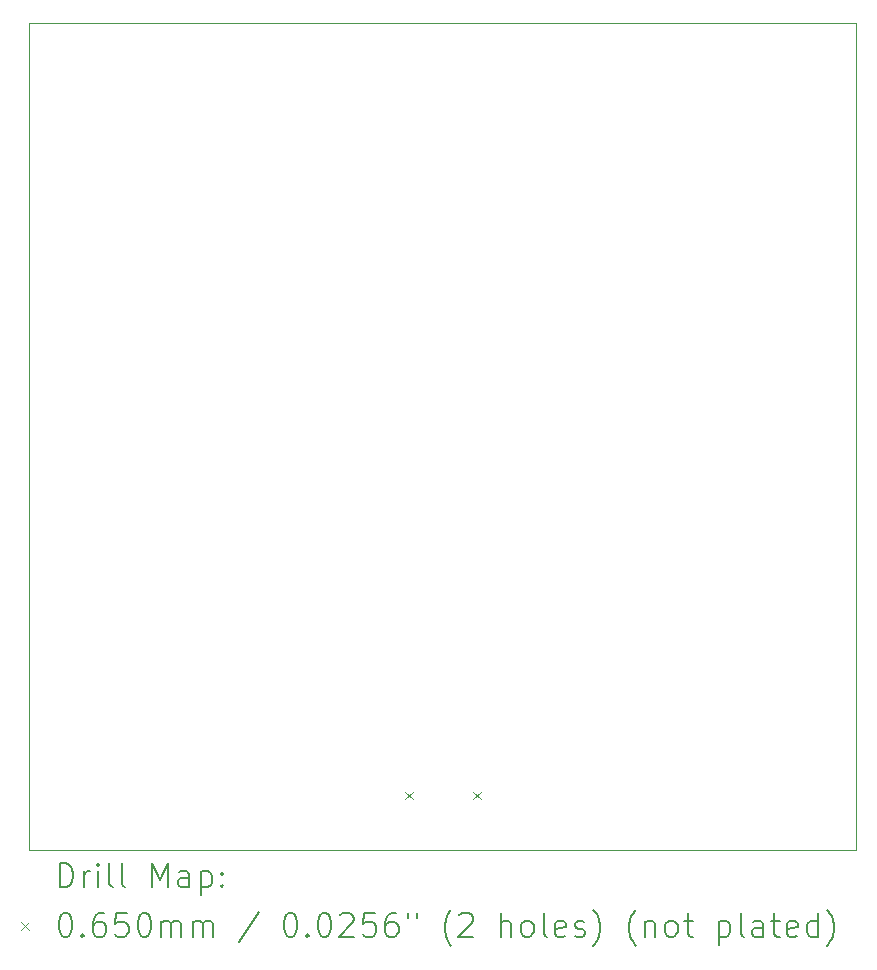
<source format=gbr>
%TF.GenerationSoftware,KiCad,Pcbnew,8.0.3-8.0.3-0~ubuntu24.04.1*%
%TF.CreationDate,2024-06-13T21:30:14+05:00*%
%TF.ProjectId,solartap_mcu,736f6c61-7274-4617-905f-6d63752e6b69,rev?*%
%TF.SameCoordinates,Original*%
%TF.FileFunction,Drillmap*%
%TF.FilePolarity,Positive*%
%FSLAX45Y45*%
G04 Gerber Fmt 4.5, Leading zero omitted, Abs format (unit mm)*
G04 Created by KiCad (PCBNEW 8.0.3-8.0.3-0~ubuntu24.04.1) date 2024-06-13 21:30:14*
%MOMM*%
%LPD*%
G01*
G04 APERTURE LIST*
%ADD10C,0.050000*%
%ADD11C,0.200000*%
%ADD12C,0.100000*%
G04 APERTURE END LIST*
D10*
X6000000Y-4000000D02*
X13000000Y-4000000D01*
X13000000Y-11000000D01*
X6000000Y-11000000D01*
X6000000Y-4000000D01*
D11*
D12*
X9178500Y-10507000D02*
X9243500Y-10572000D01*
X9243500Y-10507000D02*
X9178500Y-10572000D01*
X9756500Y-10507000D02*
X9821500Y-10572000D01*
X9821500Y-10507000D02*
X9756500Y-10572000D01*
D11*
X6258277Y-11313984D02*
X6258277Y-11113984D01*
X6258277Y-11113984D02*
X6305896Y-11113984D01*
X6305896Y-11113984D02*
X6334467Y-11123508D01*
X6334467Y-11123508D02*
X6353515Y-11142555D01*
X6353515Y-11142555D02*
X6363039Y-11161603D01*
X6363039Y-11161603D02*
X6372562Y-11199698D01*
X6372562Y-11199698D02*
X6372562Y-11228269D01*
X6372562Y-11228269D02*
X6363039Y-11266365D01*
X6363039Y-11266365D02*
X6353515Y-11285412D01*
X6353515Y-11285412D02*
X6334467Y-11304460D01*
X6334467Y-11304460D02*
X6305896Y-11313984D01*
X6305896Y-11313984D02*
X6258277Y-11313984D01*
X6458277Y-11313984D02*
X6458277Y-11180650D01*
X6458277Y-11218746D02*
X6467801Y-11199698D01*
X6467801Y-11199698D02*
X6477324Y-11190174D01*
X6477324Y-11190174D02*
X6496372Y-11180650D01*
X6496372Y-11180650D02*
X6515420Y-11180650D01*
X6582086Y-11313984D02*
X6582086Y-11180650D01*
X6582086Y-11113984D02*
X6572562Y-11123508D01*
X6572562Y-11123508D02*
X6582086Y-11133031D01*
X6582086Y-11133031D02*
X6591610Y-11123508D01*
X6591610Y-11123508D02*
X6582086Y-11113984D01*
X6582086Y-11113984D02*
X6582086Y-11133031D01*
X6705896Y-11313984D02*
X6686848Y-11304460D01*
X6686848Y-11304460D02*
X6677324Y-11285412D01*
X6677324Y-11285412D02*
X6677324Y-11113984D01*
X6810658Y-11313984D02*
X6791610Y-11304460D01*
X6791610Y-11304460D02*
X6782086Y-11285412D01*
X6782086Y-11285412D02*
X6782086Y-11113984D01*
X7039229Y-11313984D02*
X7039229Y-11113984D01*
X7039229Y-11113984D02*
X7105896Y-11256841D01*
X7105896Y-11256841D02*
X7172562Y-11113984D01*
X7172562Y-11113984D02*
X7172562Y-11313984D01*
X7353515Y-11313984D02*
X7353515Y-11209222D01*
X7353515Y-11209222D02*
X7343991Y-11190174D01*
X7343991Y-11190174D02*
X7324943Y-11180650D01*
X7324943Y-11180650D02*
X7286848Y-11180650D01*
X7286848Y-11180650D02*
X7267801Y-11190174D01*
X7353515Y-11304460D02*
X7334467Y-11313984D01*
X7334467Y-11313984D02*
X7286848Y-11313984D01*
X7286848Y-11313984D02*
X7267801Y-11304460D01*
X7267801Y-11304460D02*
X7258277Y-11285412D01*
X7258277Y-11285412D02*
X7258277Y-11266365D01*
X7258277Y-11266365D02*
X7267801Y-11247317D01*
X7267801Y-11247317D02*
X7286848Y-11237793D01*
X7286848Y-11237793D02*
X7334467Y-11237793D01*
X7334467Y-11237793D02*
X7353515Y-11228269D01*
X7448753Y-11180650D02*
X7448753Y-11380650D01*
X7448753Y-11190174D02*
X7467801Y-11180650D01*
X7467801Y-11180650D02*
X7505896Y-11180650D01*
X7505896Y-11180650D02*
X7524943Y-11190174D01*
X7524943Y-11190174D02*
X7534467Y-11199698D01*
X7534467Y-11199698D02*
X7543991Y-11218746D01*
X7543991Y-11218746D02*
X7543991Y-11275888D01*
X7543991Y-11275888D02*
X7534467Y-11294936D01*
X7534467Y-11294936D02*
X7524943Y-11304460D01*
X7524943Y-11304460D02*
X7505896Y-11313984D01*
X7505896Y-11313984D02*
X7467801Y-11313984D01*
X7467801Y-11313984D02*
X7448753Y-11304460D01*
X7629705Y-11294936D02*
X7639229Y-11304460D01*
X7639229Y-11304460D02*
X7629705Y-11313984D01*
X7629705Y-11313984D02*
X7620182Y-11304460D01*
X7620182Y-11304460D02*
X7629705Y-11294936D01*
X7629705Y-11294936D02*
X7629705Y-11313984D01*
X7629705Y-11190174D02*
X7639229Y-11199698D01*
X7639229Y-11199698D02*
X7629705Y-11209222D01*
X7629705Y-11209222D02*
X7620182Y-11199698D01*
X7620182Y-11199698D02*
X7629705Y-11190174D01*
X7629705Y-11190174D02*
X7629705Y-11209222D01*
D12*
X5932500Y-11610000D02*
X5997500Y-11675000D01*
X5997500Y-11610000D02*
X5932500Y-11675000D01*
D11*
X6296372Y-11533984D02*
X6315420Y-11533984D01*
X6315420Y-11533984D02*
X6334467Y-11543508D01*
X6334467Y-11543508D02*
X6343991Y-11553031D01*
X6343991Y-11553031D02*
X6353515Y-11572079D01*
X6353515Y-11572079D02*
X6363039Y-11610174D01*
X6363039Y-11610174D02*
X6363039Y-11657793D01*
X6363039Y-11657793D02*
X6353515Y-11695888D01*
X6353515Y-11695888D02*
X6343991Y-11714936D01*
X6343991Y-11714936D02*
X6334467Y-11724460D01*
X6334467Y-11724460D02*
X6315420Y-11733984D01*
X6315420Y-11733984D02*
X6296372Y-11733984D01*
X6296372Y-11733984D02*
X6277324Y-11724460D01*
X6277324Y-11724460D02*
X6267801Y-11714936D01*
X6267801Y-11714936D02*
X6258277Y-11695888D01*
X6258277Y-11695888D02*
X6248753Y-11657793D01*
X6248753Y-11657793D02*
X6248753Y-11610174D01*
X6248753Y-11610174D02*
X6258277Y-11572079D01*
X6258277Y-11572079D02*
X6267801Y-11553031D01*
X6267801Y-11553031D02*
X6277324Y-11543508D01*
X6277324Y-11543508D02*
X6296372Y-11533984D01*
X6448753Y-11714936D02*
X6458277Y-11724460D01*
X6458277Y-11724460D02*
X6448753Y-11733984D01*
X6448753Y-11733984D02*
X6439229Y-11724460D01*
X6439229Y-11724460D02*
X6448753Y-11714936D01*
X6448753Y-11714936D02*
X6448753Y-11733984D01*
X6629705Y-11533984D02*
X6591610Y-11533984D01*
X6591610Y-11533984D02*
X6572562Y-11543508D01*
X6572562Y-11543508D02*
X6563039Y-11553031D01*
X6563039Y-11553031D02*
X6543991Y-11581603D01*
X6543991Y-11581603D02*
X6534467Y-11619698D01*
X6534467Y-11619698D02*
X6534467Y-11695888D01*
X6534467Y-11695888D02*
X6543991Y-11714936D01*
X6543991Y-11714936D02*
X6553515Y-11724460D01*
X6553515Y-11724460D02*
X6572562Y-11733984D01*
X6572562Y-11733984D02*
X6610658Y-11733984D01*
X6610658Y-11733984D02*
X6629705Y-11724460D01*
X6629705Y-11724460D02*
X6639229Y-11714936D01*
X6639229Y-11714936D02*
X6648753Y-11695888D01*
X6648753Y-11695888D02*
X6648753Y-11648269D01*
X6648753Y-11648269D02*
X6639229Y-11629222D01*
X6639229Y-11629222D02*
X6629705Y-11619698D01*
X6629705Y-11619698D02*
X6610658Y-11610174D01*
X6610658Y-11610174D02*
X6572562Y-11610174D01*
X6572562Y-11610174D02*
X6553515Y-11619698D01*
X6553515Y-11619698D02*
X6543991Y-11629222D01*
X6543991Y-11629222D02*
X6534467Y-11648269D01*
X6829705Y-11533984D02*
X6734467Y-11533984D01*
X6734467Y-11533984D02*
X6724943Y-11629222D01*
X6724943Y-11629222D02*
X6734467Y-11619698D01*
X6734467Y-11619698D02*
X6753515Y-11610174D01*
X6753515Y-11610174D02*
X6801134Y-11610174D01*
X6801134Y-11610174D02*
X6820182Y-11619698D01*
X6820182Y-11619698D02*
X6829705Y-11629222D01*
X6829705Y-11629222D02*
X6839229Y-11648269D01*
X6839229Y-11648269D02*
X6839229Y-11695888D01*
X6839229Y-11695888D02*
X6829705Y-11714936D01*
X6829705Y-11714936D02*
X6820182Y-11724460D01*
X6820182Y-11724460D02*
X6801134Y-11733984D01*
X6801134Y-11733984D02*
X6753515Y-11733984D01*
X6753515Y-11733984D02*
X6734467Y-11724460D01*
X6734467Y-11724460D02*
X6724943Y-11714936D01*
X6963039Y-11533984D02*
X6982086Y-11533984D01*
X6982086Y-11533984D02*
X7001134Y-11543508D01*
X7001134Y-11543508D02*
X7010658Y-11553031D01*
X7010658Y-11553031D02*
X7020182Y-11572079D01*
X7020182Y-11572079D02*
X7029705Y-11610174D01*
X7029705Y-11610174D02*
X7029705Y-11657793D01*
X7029705Y-11657793D02*
X7020182Y-11695888D01*
X7020182Y-11695888D02*
X7010658Y-11714936D01*
X7010658Y-11714936D02*
X7001134Y-11724460D01*
X7001134Y-11724460D02*
X6982086Y-11733984D01*
X6982086Y-11733984D02*
X6963039Y-11733984D01*
X6963039Y-11733984D02*
X6943991Y-11724460D01*
X6943991Y-11724460D02*
X6934467Y-11714936D01*
X6934467Y-11714936D02*
X6924943Y-11695888D01*
X6924943Y-11695888D02*
X6915420Y-11657793D01*
X6915420Y-11657793D02*
X6915420Y-11610174D01*
X6915420Y-11610174D02*
X6924943Y-11572079D01*
X6924943Y-11572079D02*
X6934467Y-11553031D01*
X6934467Y-11553031D02*
X6943991Y-11543508D01*
X6943991Y-11543508D02*
X6963039Y-11533984D01*
X7115420Y-11733984D02*
X7115420Y-11600650D01*
X7115420Y-11619698D02*
X7124943Y-11610174D01*
X7124943Y-11610174D02*
X7143991Y-11600650D01*
X7143991Y-11600650D02*
X7172563Y-11600650D01*
X7172563Y-11600650D02*
X7191610Y-11610174D01*
X7191610Y-11610174D02*
X7201134Y-11629222D01*
X7201134Y-11629222D02*
X7201134Y-11733984D01*
X7201134Y-11629222D02*
X7210658Y-11610174D01*
X7210658Y-11610174D02*
X7229705Y-11600650D01*
X7229705Y-11600650D02*
X7258277Y-11600650D01*
X7258277Y-11600650D02*
X7277324Y-11610174D01*
X7277324Y-11610174D02*
X7286848Y-11629222D01*
X7286848Y-11629222D02*
X7286848Y-11733984D01*
X7382086Y-11733984D02*
X7382086Y-11600650D01*
X7382086Y-11619698D02*
X7391610Y-11610174D01*
X7391610Y-11610174D02*
X7410658Y-11600650D01*
X7410658Y-11600650D02*
X7439229Y-11600650D01*
X7439229Y-11600650D02*
X7458277Y-11610174D01*
X7458277Y-11610174D02*
X7467801Y-11629222D01*
X7467801Y-11629222D02*
X7467801Y-11733984D01*
X7467801Y-11629222D02*
X7477324Y-11610174D01*
X7477324Y-11610174D02*
X7496372Y-11600650D01*
X7496372Y-11600650D02*
X7524943Y-11600650D01*
X7524943Y-11600650D02*
X7543991Y-11610174D01*
X7543991Y-11610174D02*
X7553515Y-11629222D01*
X7553515Y-11629222D02*
X7553515Y-11733984D01*
X7943991Y-11524460D02*
X7772563Y-11781603D01*
X8201134Y-11533984D02*
X8220182Y-11533984D01*
X8220182Y-11533984D02*
X8239229Y-11543508D01*
X8239229Y-11543508D02*
X8248753Y-11553031D01*
X8248753Y-11553031D02*
X8258277Y-11572079D01*
X8258277Y-11572079D02*
X8267801Y-11610174D01*
X8267801Y-11610174D02*
X8267801Y-11657793D01*
X8267801Y-11657793D02*
X8258277Y-11695888D01*
X8258277Y-11695888D02*
X8248753Y-11714936D01*
X8248753Y-11714936D02*
X8239229Y-11724460D01*
X8239229Y-11724460D02*
X8220182Y-11733984D01*
X8220182Y-11733984D02*
X8201134Y-11733984D01*
X8201134Y-11733984D02*
X8182086Y-11724460D01*
X8182086Y-11724460D02*
X8172563Y-11714936D01*
X8172563Y-11714936D02*
X8163039Y-11695888D01*
X8163039Y-11695888D02*
X8153515Y-11657793D01*
X8153515Y-11657793D02*
X8153515Y-11610174D01*
X8153515Y-11610174D02*
X8163039Y-11572079D01*
X8163039Y-11572079D02*
X8172563Y-11553031D01*
X8172563Y-11553031D02*
X8182086Y-11543508D01*
X8182086Y-11543508D02*
X8201134Y-11533984D01*
X8353515Y-11714936D02*
X8363039Y-11724460D01*
X8363039Y-11724460D02*
X8353515Y-11733984D01*
X8353515Y-11733984D02*
X8343991Y-11724460D01*
X8343991Y-11724460D02*
X8353515Y-11714936D01*
X8353515Y-11714936D02*
X8353515Y-11733984D01*
X8486848Y-11533984D02*
X8505896Y-11533984D01*
X8505896Y-11533984D02*
X8524944Y-11543508D01*
X8524944Y-11543508D02*
X8534468Y-11553031D01*
X8534468Y-11553031D02*
X8543991Y-11572079D01*
X8543991Y-11572079D02*
X8553515Y-11610174D01*
X8553515Y-11610174D02*
X8553515Y-11657793D01*
X8553515Y-11657793D02*
X8543991Y-11695888D01*
X8543991Y-11695888D02*
X8534468Y-11714936D01*
X8534468Y-11714936D02*
X8524944Y-11724460D01*
X8524944Y-11724460D02*
X8505896Y-11733984D01*
X8505896Y-11733984D02*
X8486848Y-11733984D01*
X8486848Y-11733984D02*
X8467801Y-11724460D01*
X8467801Y-11724460D02*
X8458277Y-11714936D01*
X8458277Y-11714936D02*
X8448753Y-11695888D01*
X8448753Y-11695888D02*
X8439229Y-11657793D01*
X8439229Y-11657793D02*
X8439229Y-11610174D01*
X8439229Y-11610174D02*
X8448753Y-11572079D01*
X8448753Y-11572079D02*
X8458277Y-11553031D01*
X8458277Y-11553031D02*
X8467801Y-11543508D01*
X8467801Y-11543508D02*
X8486848Y-11533984D01*
X8629706Y-11553031D02*
X8639229Y-11543508D01*
X8639229Y-11543508D02*
X8658277Y-11533984D01*
X8658277Y-11533984D02*
X8705896Y-11533984D01*
X8705896Y-11533984D02*
X8724944Y-11543508D01*
X8724944Y-11543508D02*
X8734468Y-11553031D01*
X8734468Y-11553031D02*
X8743991Y-11572079D01*
X8743991Y-11572079D02*
X8743991Y-11591127D01*
X8743991Y-11591127D02*
X8734468Y-11619698D01*
X8734468Y-11619698D02*
X8620182Y-11733984D01*
X8620182Y-11733984D02*
X8743991Y-11733984D01*
X8924944Y-11533984D02*
X8829706Y-11533984D01*
X8829706Y-11533984D02*
X8820182Y-11629222D01*
X8820182Y-11629222D02*
X8829706Y-11619698D01*
X8829706Y-11619698D02*
X8848753Y-11610174D01*
X8848753Y-11610174D02*
X8896372Y-11610174D01*
X8896372Y-11610174D02*
X8915420Y-11619698D01*
X8915420Y-11619698D02*
X8924944Y-11629222D01*
X8924944Y-11629222D02*
X8934468Y-11648269D01*
X8934468Y-11648269D02*
X8934468Y-11695888D01*
X8934468Y-11695888D02*
X8924944Y-11714936D01*
X8924944Y-11714936D02*
X8915420Y-11724460D01*
X8915420Y-11724460D02*
X8896372Y-11733984D01*
X8896372Y-11733984D02*
X8848753Y-11733984D01*
X8848753Y-11733984D02*
X8829706Y-11724460D01*
X8829706Y-11724460D02*
X8820182Y-11714936D01*
X9105896Y-11533984D02*
X9067801Y-11533984D01*
X9067801Y-11533984D02*
X9048753Y-11543508D01*
X9048753Y-11543508D02*
X9039229Y-11553031D01*
X9039229Y-11553031D02*
X9020182Y-11581603D01*
X9020182Y-11581603D02*
X9010658Y-11619698D01*
X9010658Y-11619698D02*
X9010658Y-11695888D01*
X9010658Y-11695888D02*
X9020182Y-11714936D01*
X9020182Y-11714936D02*
X9029706Y-11724460D01*
X9029706Y-11724460D02*
X9048753Y-11733984D01*
X9048753Y-11733984D02*
X9086849Y-11733984D01*
X9086849Y-11733984D02*
X9105896Y-11724460D01*
X9105896Y-11724460D02*
X9115420Y-11714936D01*
X9115420Y-11714936D02*
X9124944Y-11695888D01*
X9124944Y-11695888D02*
X9124944Y-11648269D01*
X9124944Y-11648269D02*
X9115420Y-11629222D01*
X9115420Y-11629222D02*
X9105896Y-11619698D01*
X9105896Y-11619698D02*
X9086849Y-11610174D01*
X9086849Y-11610174D02*
X9048753Y-11610174D01*
X9048753Y-11610174D02*
X9029706Y-11619698D01*
X9029706Y-11619698D02*
X9020182Y-11629222D01*
X9020182Y-11629222D02*
X9010658Y-11648269D01*
X9201134Y-11533984D02*
X9201134Y-11572079D01*
X9277325Y-11533984D02*
X9277325Y-11572079D01*
X9572563Y-11810174D02*
X9563039Y-11800650D01*
X9563039Y-11800650D02*
X9543991Y-11772079D01*
X9543991Y-11772079D02*
X9534468Y-11753031D01*
X9534468Y-11753031D02*
X9524944Y-11724460D01*
X9524944Y-11724460D02*
X9515420Y-11676841D01*
X9515420Y-11676841D02*
X9515420Y-11638746D01*
X9515420Y-11638746D02*
X9524944Y-11591127D01*
X9524944Y-11591127D02*
X9534468Y-11562555D01*
X9534468Y-11562555D02*
X9543991Y-11543508D01*
X9543991Y-11543508D02*
X9563039Y-11514936D01*
X9563039Y-11514936D02*
X9572563Y-11505412D01*
X9639230Y-11553031D02*
X9648753Y-11543508D01*
X9648753Y-11543508D02*
X9667801Y-11533984D01*
X9667801Y-11533984D02*
X9715420Y-11533984D01*
X9715420Y-11533984D02*
X9734468Y-11543508D01*
X9734468Y-11543508D02*
X9743991Y-11553031D01*
X9743991Y-11553031D02*
X9753515Y-11572079D01*
X9753515Y-11572079D02*
X9753515Y-11591127D01*
X9753515Y-11591127D02*
X9743991Y-11619698D01*
X9743991Y-11619698D02*
X9629706Y-11733984D01*
X9629706Y-11733984D02*
X9753515Y-11733984D01*
X9991611Y-11733984D02*
X9991611Y-11533984D01*
X10077325Y-11733984D02*
X10077325Y-11629222D01*
X10077325Y-11629222D02*
X10067801Y-11610174D01*
X10067801Y-11610174D02*
X10048753Y-11600650D01*
X10048753Y-11600650D02*
X10020182Y-11600650D01*
X10020182Y-11600650D02*
X10001134Y-11610174D01*
X10001134Y-11610174D02*
X9991611Y-11619698D01*
X10201134Y-11733984D02*
X10182087Y-11724460D01*
X10182087Y-11724460D02*
X10172563Y-11714936D01*
X10172563Y-11714936D02*
X10163039Y-11695888D01*
X10163039Y-11695888D02*
X10163039Y-11638746D01*
X10163039Y-11638746D02*
X10172563Y-11619698D01*
X10172563Y-11619698D02*
X10182087Y-11610174D01*
X10182087Y-11610174D02*
X10201134Y-11600650D01*
X10201134Y-11600650D02*
X10229706Y-11600650D01*
X10229706Y-11600650D02*
X10248753Y-11610174D01*
X10248753Y-11610174D02*
X10258277Y-11619698D01*
X10258277Y-11619698D02*
X10267801Y-11638746D01*
X10267801Y-11638746D02*
X10267801Y-11695888D01*
X10267801Y-11695888D02*
X10258277Y-11714936D01*
X10258277Y-11714936D02*
X10248753Y-11724460D01*
X10248753Y-11724460D02*
X10229706Y-11733984D01*
X10229706Y-11733984D02*
X10201134Y-11733984D01*
X10382087Y-11733984D02*
X10363039Y-11724460D01*
X10363039Y-11724460D02*
X10353515Y-11705412D01*
X10353515Y-11705412D02*
X10353515Y-11533984D01*
X10534468Y-11724460D02*
X10515420Y-11733984D01*
X10515420Y-11733984D02*
X10477325Y-11733984D01*
X10477325Y-11733984D02*
X10458277Y-11724460D01*
X10458277Y-11724460D02*
X10448753Y-11705412D01*
X10448753Y-11705412D02*
X10448753Y-11629222D01*
X10448753Y-11629222D02*
X10458277Y-11610174D01*
X10458277Y-11610174D02*
X10477325Y-11600650D01*
X10477325Y-11600650D02*
X10515420Y-11600650D01*
X10515420Y-11600650D02*
X10534468Y-11610174D01*
X10534468Y-11610174D02*
X10543992Y-11629222D01*
X10543992Y-11629222D02*
X10543992Y-11648269D01*
X10543992Y-11648269D02*
X10448753Y-11667317D01*
X10620182Y-11724460D02*
X10639230Y-11733984D01*
X10639230Y-11733984D02*
X10677325Y-11733984D01*
X10677325Y-11733984D02*
X10696373Y-11724460D01*
X10696373Y-11724460D02*
X10705896Y-11705412D01*
X10705896Y-11705412D02*
X10705896Y-11695888D01*
X10705896Y-11695888D02*
X10696373Y-11676841D01*
X10696373Y-11676841D02*
X10677325Y-11667317D01*
X10677325Y-11667317D02*
X10648753Y-11667317D01*
X10648753Y-11667317D02*
X10629706Y-11657793D01*
X10629706Y-11657793D02*
X10620182Y-11638746D01*
X10620182Y-11638746D02*
X10620182Y-11629222D01*
X10620182Y-11629222D02*
X10629706Y-11610174D01*
X10629706Y-11610174D02*
X10648753Y-11600650D01*
X10648753Y-11600650D02*
X10677325Y-11600650D01*
X10677325Y-11600650D02*
X10696373Y-11610174D01*
X10772563Y-11810174D02*
X10782087Y-11800650D01*
X10782087Y-11800650D02*
X10801134Y-11772079D01*
X10801134Y-11772079D02*
X10810658Y-11753031D01*
X10810658Y-11753031D02*
X10820182Y-11724460D01*
X10820182Y-11724460D02*
X10829706Y-11676841D01*
X10829706Y-11676841D02*
X10829706Y-11638746D01*
X10829706Y-11638746D02*
X10820182Y-11591127D01*
X10820182Y-11591127D02*
X10810658Y-11562555D01*
X10810658Y-11562555D02*
X10801134Y-11543508D01*
X10801134Y-11543508D02*
X10782087Y-11514936D01*
X10782087Y-11514936D02*
X10772563Y-11505412D01*
X11134468Y-11810174D02*
X11124944Y-11800650D01*
X11124944Y-11800650D02*
X11105896Y-11772079D01*
X11105896Y-11772079D02*
X11096373Y-11753031D01*
X11096373Y-11753031D02*
X11086849Y-11724460D01*
X11086849Y-11724460D02*
X11077325Y-11676841D01*
X11077325Y-11676841D02*
X11077325Y-11638746D01*
X11077325Y-11638746D02*
X11086849Y-11591127D01*
X11086849Y-11591127D02*
X11096373Y-11562555D01*
X11096373Y-11562555D02*
X11105896Y-11543508D01*
X11105896Y-11543508D02*
X11124944Y-11514936D01*
X11124944Y-11514936D02*
X11134468Y-11505412D01*
X11210658Y-11600650D02*
X11210658Y-11733984D01*
X11210658Y-11619698D02*
X11220182Y-11610174D01*
X11220182Y-11610174D02*
X11239230Y-11600650D01*
X11239230Y-11600650D02*
X11267801Y-11600650D01*
X11267801Y-11600650D02*
X11286849Y-11610174D01*
X11286849Y-11610174D02*
X11296372Y-11629222D01*
X11296372Y-11629222D02*
X11296372Y-11733984D01*
X11420182Y-11733984D02*
X11401134Y-11724460D01*
X11401134Y-11724460D02*
X11391611Y-11714936D01*
X11391611Y-11714936D02*
X11382087Y-11695888D01*
X11382087Y-11695888D02*
X11382087Y-11638746D01*
X11382087Y-11638746D02*
X11391611Y-11619698D01*
X11391611Y-11619698D02*
X11401134Y-11610174D01*
X11401134Y-11610174D02*
X11420182Y-11600650D01*
X11420182Y-11600650D02*
X11448753Y-11600650D01*
X11448753Y-11600650D02*
X11467801Y-11610174D01*
X11467801Y-11610174D02*
X11477325Y-11619698D01*
X11477325Y-11619698D02*
X11486849Y-11638746D01*
X11486849Y-11638746D02*
X11486849Y-11695888D01*
X11486849Y-11695888D02*
X11477325Y-11714936D01*
X11477325Y-11714936D02*
X11467801Y-11724460D01*
X11467801Y-11724460D02*
X11448753Y-11733984D01*
X11448753Y-11733984D02*
X11420182Y-11733984D01*
X11543992Y-11600650D02*
X11620182Y-11600650D01*
X11572563Y-11533984D02*
X11572563Y-11705412D01*
X11572563Y-11705412D02*
X11582087Y-11724460D01*
X11582087Y-11724460D02*
X11601134Y-11733984D01*
X11601134Y-11733984D02*
X11620182Y-11733984D01*
X11839230Y-11600650D02*
X11839230Y-11800650D01*
X11839230Y-11610174D02*
X11858277Y-11600650D01*
X11858277Y-11600650D02*
X11896373Y-11600650D01*
X11896373Y-11600650D02*
X11915420Y-11610174D01*
X11915420Y-11610174D02*
X11924944Y-11619698D01*
X11924944Y-11619698D02*
X11934468Y-11638746D01*
X11934468Y-11638746D02*
X11934468Y-11695888D01*
X11934468Y-11695888D02*
X11924944Y-11714936D01*
X11924944Y-11714936D02*
X11915420Y-11724460D01*
X11915420Y-11724460D02*
X11896373Y-11733984D01*
X11896373Y-11733984D02*
X11858277Y-11733984D01*
X11858277Y-11733984D02*
X11839230Y-11724460D01*
X12048753Y-11733984D02*
X12029706Y-11724460D01*
X12029706Y-11724460D02*
X12020182Y-11705412D01*
X12020182Y-11705412D02*
X12020182Y-11533984D01*
X12210658Y-11733984D02*
X12210658Y-11629222D01*
X12210658Y-11629222D02*
X12201134Y-11610174D01*
X12201134Y-11610174D02*
X12182087Y-11600650D01*
X12182087Y-11600650D02*
X12143992Y-11600650D01*
X12143992Y-11600650D02*
X12124944Y-11610174D01*
X12210658Y-11724460D02*
X12191611Y-11733984D01*
X12191611Y-11733984D02*
X12143992Y-11733984D01*
X12143992Y-11733984D02*
X12124944Y-11724460D01*
X12124944Y-11724460D02*
X12115420Y-11705412D01*
X12115420Y-11705412D02*
X12115420Y-11686365D01*
X12115420Y-11686365D02*
X12124944Y-11667317D01*
X12124944Y-11667317D02*
X12143992Y-11657793D01*
X12143992Y-11657793D02*
X12191611Y-11657793D01*
X12191611Y-11657793D02*
X12210658Y-11648269D01*
X12277325Y-11600650D02*
X12353515Y-11600650D01*
X12305896Y-11533984D02*
X12305896Y-11705412D01*
X12305896Y-11705412D02*
X12315420Y-11724460D01*
X12315420Y-11724460D02*
X12334468Y-11733984D01*
X12334468Y-11733984D02*
X12353515Y-11733984D01*
X12496373Y-11724460D02*
X12477325Y-11733984D01*
X12477325Y-11733984D02*
X12439230Y-11733984D01*
X12439230Y-11733984D02*
X12420182Y-11724460D01*
X12420182Y-11724460D02*
X12410658Y-11705412D01*
X12410658Y-11705412D02*
X12410658Y-11629222D01*
X12410658Y-11629222D02*
X12420182Y-11610174D01*
X12420182Y-11610174D02*
X12439230Y-11600650D01*
X12439230Y-11600650D02*
X12477325Y-11600650D01*
X12477325Y-11600650D02*
X12496373Y-11610174D01*
X12496373Y-11610174D02*
X12505896Y-11629222D01*
X12505896Y-11629222D02*
X12505896Y-11648269D01*
X12505896Y-11648269D02*
X12410658Y-11667317D01*
X12677325Y-11733984D02*
X12677325Y-11533984D01*
X12677325Y-11724460D02*
X12658277Y-11733984D01*
X12658277Y-11733984D02*
X12620182Y-11733984D01*
X12620182Y-11733984D02*
X12601134Y-11724460D01*
X12601134Y-11724460D02*
X12591611Y-11714936D01*
X12591611Y-11714936D02*
X12582087Y-11695888D01*
X12582087Y-11695888D02*
X12582087Y-11638746D01*
X12582087Y-11638746D02*
X12591611Y-11619698D01*
X12591611Y-11619698D02*
X12601134Y-11610174D01*
X12601134Y-11610174D02*
X12620182Y-11600650D01*
X12620182Y-11600650D02*
X12658277Y-11600650D01*
X12658277Y-11600650D02*
X12677325Y-11610174D01*
X12753515Y-11810174D02*
X12763039Y-11800650D01*
X12763039Y-11800650D02*
X12782087Y-11772079D01*
X12782087Y-11772079D02*
X12791611Y-11753031D01*
X12791611Y-11753031D02*
X12801134Y-11724460D01*
X12801134Y-11724460D02*
X12810658Y-11676841D01*
X12810658Y-11676841D02*
X12810658Y-11638746D01*
X12810658Y-11638746D02*
X12801134Y-11591127D01*
X12801134Y-11591127D02*
X12791611Y-11562555D01*
X12791611Y-11562555D02*
X12782087Y-11543508D01*
X12782087Y-11543508D02*
X12763039Y-11514936D01*
X12763039Y-11514936D02*
X12753515Y-11505412D01*
M02*

</source>
